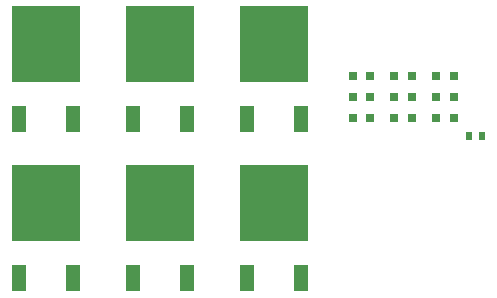
<source format=gbp>
G04*
G04 #@! TF.GenerationSoftware,Altium Limited,Altium Designer,21.7.1 (17)*
G04*
G04 Layer_Color=128*
%FSLAX44Y44*%
%MOMM*%
G71*
G04*
G04 #@! TF.SameCoordinates,3410F848-C5A3-4CD9-B6BE-FCF06B59130C*
G04*
G04*
G04 #@! TF.FilePolarity,Positive*
G04*
G01*
G75*
%ADD23R,0.7500X0.7500*%
%ADD53R,1.2000X2.2000*%
%ADD54R,5.8000X6.4000*%
%ADD55R,0.6000X0.8000*%
D23*
X434340Y218440D02*
D03*
X419340D02*
D03*
X398900D02*
D03*
X383900D02*
D03*
X434340Y200660D02*
D03*
X419340D02*
D03*
X398900D02*
D03*
X383900D02*
D03*
X434340Y182880D02*
D03*
X419340D02*
D03*
X398900D02*
D03*
X383900D02*
D03*
X454900Y218440D02*
D03*
X469900D02*
D03*
X454900Y200660D02*
D03*
X469900D02*
D03*
X454900Y182880D02*
D03*
X469900D02*
D03*
D53*
X147260Y181860D02*
D03*
X101660D02*
D03*
X147260Y47240D02*
D03*
X101660D02*
D03*
X243780Y181860D02*
D03*
X198180D02*
D03*
X243780Y47240D02*
D03*
X198180D02*
D03*
X340300Y181860D02*
D03*
X294700D02*
D03*
X340300Y47240D02*
D03*
X294700D02*
D03*
D54*
X124460Y244860D02*
D03*
Y110240D02*
D03*
X220980Y244860D02*
D03*
Y110240D02*
D03*
X317500Y244860D02*
D03*
Y110240D02*
D03*
D55*
X493180Y167640D02*
D03*
X482180D02*
D03*
M02*

</source>
